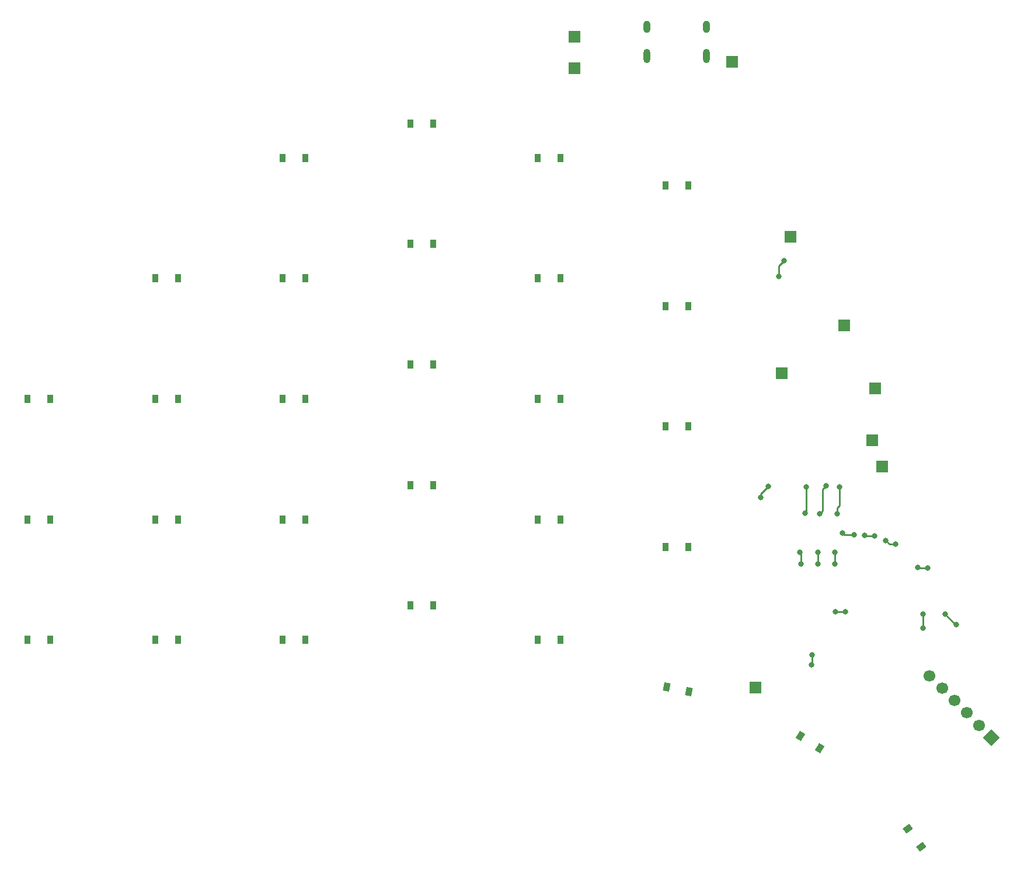
<source format=gbr>
%TF.GenerationSoftware,KiCad,Pcbnew,7.0.1*%
%TF.CreationDate,2023-03-12T20:23:32+01:00*%
%TF.ProjectId,grapto-v3w-left,67726170-746f-42d7-9633-772d6c656674,v1.0.0*%
%TF.SameCoordinates,Original*%
%TF.FileFunction,Copper,L1,Top*%
%TF.FilePolarity,Positive*%
%FSLAX46Y46*%
G04 Gerber Fmt 4.6, Leading zero omitted, Abs format (unit mm)*
G04 Created by KiCad (PCBNEW 7.0.1) date 2023-03-12 20:23:32*
%MOMM*%
%LPD*%
G01*
G04 APERTURE LIST*
G04 Aperture macros list*
%AMHorizOval*
0 Thick line with rounded ends*
0 $1 width*
0 $2 $3 position (X,Y) of the first rounded end (center of the circle)*
0 $4 $5 position (X,Y) of the second rounded end (center of the circle)*
0 Add line between two ends*
20,1,$1,$2,$3,$4,$5,0*
0 Add two circle primitives to create the rounded ends*
1,1,$1,$2,$3*
1,1,$1,$4,$5*%
%AMRotRect*
0 Rectangle, with rotation*
0 The origin of the aperture is its center*
0 $1 length*
0 $2 width*
0 $3 Rotation angle, in degrees counterclockwise*
0 Add horizontal line*
21,1,$1,$2,0,0,$3*%
G04 Aperture macros list end*
%TA.AperFunction,ComponentPad*%
%ADD10R,1.700000X1.700000*%
%TD*%
%TA.AperFunction,ComponentPad*%
%ADD11RotRect,1.700000X1.700000X45.000000*%
%TD*%
%TA.AperFunction,ComponentPad*%
%ADD12HorizOval,1.700000X0.000000X0.000000X0.000000X0.000000X0*%
%TD*%
%TA.AperFunction,ComponentPad*%
%ADD13O,1.000000X1.800000*%
%TD*%
%TA.AperFunction,ComponentPad*%
%ADD14O,1.000000X2.100000*%
%TD*%
%TA.AperFunction,SMDPad,CuDef*%
%ADD15R,0.900000X1.200000*%
%TD*%
%TA.AperFunction,SMDPad,CuDef*%
%ADD16RotRect,0.900000X1.200000X348.500000*%
%TD*%
%TA.AperFunction,SMDPad,CuDef*%
%ADD17RotRect,0.900000X1.200000X327.780000*%
%TD*%
%TA.AperFunction,SMDPad,CuDef*%
%ADD18RotRect,0.900000X1.200000X307.060000*%
%TD*%
%TA.AperFunction,ViaPad*%
%ADD19C,0.800000*%
%TD*%
%TA.AperFunction,Conductor*%
%ADD20C,0.250000*%
%TD*%
G04 APERTURE END LIST*
D10*
%TO.P,TP22,1,1*%
%TO.N,/controller/low_batt*%
X343940000Y-191410000D03*
%TD*%
%TO.P,TP18,1,1*%
%TO.N,/controller/vdd*%
X362330000Y-159290000D03*
%TD*%
%TO.P,TP17,1,1*%
%TO.N,Net-(C17-Pad1)*%
X360870000Y-155530000D03*
%TD*%
%TO.P,TP16,1,1*%
%TO.N,vsys*%
X347700000Y-145800000D03*
%TD*%
%TO.P,TP15,1,1*%
%TO.N,sysgnd*%
X317650000Y-96950000D03*
%TD*%
%TO.P,TP14,1,1*%
%TO.N,/controller/vusb*%
X317700000Y-101500000D03*
%TD*%
%TO.P,TP13,1,1*%
%TO.N,Net-(F4-Pad2)*%
X340500000Y-100560000D03*
%TD*%
%TO.P,TP11,1,1*%
%TO.N,/controller/BatteryManagement/bat_fused*%
X361300000Y-148000000D03*
%TD*%
%TO.P,TP10,1,1*%
%TO.N,Net-(F3-Pad2)*%
X356760000Y-138860000D03*
%TD*%
%TO.P,TP1,1,1*%
%TO.N,Net-(U4-~{PGOOD})*%
X349000000Y-126000000D03*
%TD*%
D11*
%TO.P,J8,1,Pin_1*%
%TO.N,sysgnd*%
X378166051Y-198676051D03*
D12*
%TO.P,J8,2,Pin_2*%
%TO.N,/controller/reset*%
X376370000Y-196880000D03*
%TO.P,J8,3,Pin_3*%
%TO.N,/controller/status1*%
X374573949Y-195083949D03*
%TO.P,J8,4,Pin_4*%
%TO.N,/controller/swdclk*%
X372777897Y-193287897D03*
%TO.P,J8,5,Pin_5*%
%TO.N,/controller/swdio*%
X370981846Y-191491846D03*
%TO.P,J8,6,Pin_6*%
%TO.N,/controller/vdd*%
X369185795Y-189695795D03*
%TD*%
D13*
%TO.P,J6,S1,SHIELD*%
%TO.N,/controller/chassi*%
X328170000Y-95520000D03*
D14*
X328170000Y-99720000D03*
X336810000Y-99720000D03*
D13*
X336810000Y-95520000D03*
%TD*%
D15*
%TO.P,D88,1*%
%TO.N,col5row3*%
X238350000Y-184500000D03*
%TO.P,D88,2*%
%TO.N,col5*%
X241650000Y-184500000D03*
%TD*%
%TO.P,D89,1*%
%TO.N,col5row2*%
X238350000Y-167000000D03*
%TO.P,D89,2*%
%TO.N,col5*%
X241650000Y-167000000D03*
%TD*%
%TO.P,D90,1*%
%TO.N,col5row1*%
X238350000Y-149500000D03*
%TO.P,D90,2*%
%TO.N,col5*%
X241650000Y-149500000D03*
%TD*%
%TO.P,D91,1*%
%TO.N,col4row3*%
X256850000Y-184500000D03*
%TO.P,D91,2*%
%TO.N,col4*%
X260150000Y-184500000D03*
%TD*%
%TO.P,D92,1*%
%TO.N,col4row2*%
X256850000Y-167000000D03*
%TO.P,D92,2*%
%TO.N,col4*%
X260150000Y-167000000D03*
%TD*%
%TO.P,D93,1*%
%TO.N,col4row1*%
X256850000Y-149500000D03*
%TO.P,D93,2*%
%TO.N,col4*%
X260150000Y-149500000D03*
%TD*%
%TO.P,D94,1*%
%TO.N,col4row0*%
X256850000Y-132000000D03*
%TO.P,D94,2*%
%TO.N,col4*%
X260150000Y-132000000D03*
%TD*%
%TO.P,D95,1*%
%TO.N,col5row4*%
X275350000Y-184500000D03*
%TO.P,D95,2*%
%TO.N,col5*%
X278650000Y-184500000D03*
%TD*%
%TO.P,D96,1*%
%TO.N,col3row3*%
X275350000Y-167000000D03*
%TO.P,D96,2*%
%TO.N,col3*%
X278650000Y-167000000D03*
%TD*%
%TO.P,D97,1*%
%TO.N,col3row2*%
X275350000Y-149500000D03*
%TO.P,D97,2*%
%TO.N,col3*%
X278650000Y-149500000D03*
%TD*%
%TO.P,D98,1*%
%TO.N,col3row1*%
X275350000Y-132000000D03*
%TO.P,D98,2*%
%TO.N,col3*%
X278650000Y-132000000D03*
%TD*%
%TO.P,D99,1*%
%TO.N,col3row0*%
X275350000Y-114500000D03*
%TO.P,D99,2*%
%TO.N,col3*%
X278650000Y-114500000D03*
%TD*%
%TO.P,D100,1*%
%TO.N,col4row4*%
X293850000Y-179500000D03*
%TO.P,D100,2*%
%TO.N,col4*%
X297150000Y-179500000D03*
%TD*%
%TO.P,D101,1*%
%TO.N,col2row3*%
X293850000Y-162000000D03*
%TO.P,D101,2*%
%TO.N,col2*%
X297150000Y-162000000D03*
%TD*%
%TO.P,D102,1*%
%TO.N,col2row2*%
X293850000Y-144500000D03*
%TO.P,D102,2*%
%TO.N,col2*%
X297150000Y-144500000D03*
%TD*%
%TO.P,D103,1*%
%TO.N,col2row1*%
X293850000Y-127000000D03*
%TO.P,D103,2*%
%TO.N,col2*%
X297150000Y-127000000D03*
%TD*%
%TO.P,D104,1*%
%TO.N,col2row0*%
X293850000Y-109500000D03*
%TO.P,D104,2*%
%TO.N,col2*%
X297150000Y-109500000D03*
%TD*%
%TO.P,D105,1*%
%TO.N,col3row4*%
X312350000Y-184500000D03*
%TO.P,D105,2*%
%TO.N,col3*%
X315650000Y-184500000D03*
%TD*%
%TO.P,D106,1*%
%TO.N,col1row3*%
X312350000Y-167000000D03*
%TO.P,D106,2*%
%TO.N,col1*%
X315650000Y-167000000D03*
%TD*%
%TO.P,D107,1*%
%TO.N,col1row2*%
X312350000Y-149500000D03*
%TO.P,D107,2*%
%TO.N,col1*%
X315650000Y-149500000D03*
%TD*%
%TO.P,D108,1*%
%TO.N,col1row1*%
X312350000Y-132000000D03*
%TO.P,D108,2*%
%TO.N,col1*%
X315650000Y-132000000D03*
%TD*%
%TO.P,D109,1*%
%TO.N,col1row0*%
X312350000Y-114500000D03*
%TO.P,D109,2*%
%TO.N,col1*%
X315650000Y-114500000D03*
%TD*%
%TO.P,D110,1*%
%TO.N,col0row3*%
X330850000Y-171000000D03*
%TO.P,D110,2*%
%TO.N,col0*%
X334150000Y-171000000D03*
%TD*%
%TO.P,D111,1*%
%TO.N,col0row2*%
X330850000Y-153500000D03*
%TO.P,D111,2*%
%TO.N,col0*%
X334150000Y-153500000D03*
%TD*%
%TO.P,D112,1*%
%TO.N,col0row1*%
X330850000Y-136000000D03*
%TO.P,D112,2*%
%TO.N,col0*%
X334150000Y-136000000D03*
%TD*%
%TO.P,D113,1*%
%TO.N,col0row0*%
X330850000Y-118500000D03*
%TO.P,D113,2*%
%TO.N,col0*%
X334150000Y-118500000D03*
%TD*%
D16*
%TO.P,D114,1*%
%TO.N,col2row4*%
X331056907Y-191301358D03*
%TO.P,D114,2*%
%TO.N,col2*%
X334290659Y-191959272D03*
%TD*%
D17*
%TO.P,D115,1*%
%TO.N,col1row4*%
X350404822Y-198424060D03*
%TO.P,D115,2*%
%TO.N,col1*%
X353196646Y-200183526D03*
%TD*%
D18*
%TO.P,D116,1*%
%TO.N,col0row4*%
X365981304Y-211931388D03*
%TO.P,D116,2*%
%TO.N,col0*%
X367970052Y-214564804D03*
%TD*%
D19*
%TO.N,/controller/reset*%
X358200000Y-169250000D03*
X361174500Y-169400000D03*
X359725500Y-169350000D03*
X356500500Y-168950000D03*
X362839296Y-170065788D03*
X373050000Y-182250000D03*
X368915485Y-174050000D03*
X364250000Y-170600000D03*
X367466485Y-174000000D03*
X371400000Y-180750000D03*
%TO.N,/controller/fast_chg_led*%
X368187701Y-182762299D03*
X368250000Y-180750000D03*
%TO.N,/controller/chg_led*%
X347300000Y-131700000D03*
X348050688Y-129449312D03*
%TO.N,/controller/status1*%
X345808188Y-162191812D03*
X344700000Y-163800000D03*
%TO.N,/controller/bat_lvl1*%
X353250000Y-166200000D03*
X354165047Y-162135047D03*
X353020000Y-171770500D03*
X355495500Y-180400000D03*
X353020000Y-173469500D03*
X356944500Y-180400000D03*
%TO.N,/controller/bat_lvl2*%
X355776000Y-166150000D03*
X355400000Y-173469500D03*
X355400000Y-171770500D03*
X356100000Y-162270500D03*
%TO.N,/controller/status1*%
X352010000Y-188126772D03*
X352100000Y-186677772D03*
%TO.N,/controller/status2*%
X350350000Y-171770500D03*
X350500000Y-173469500D03*
X351150000Y-166100000D03*
X351300000Y-162270500D03*
%TD*%
D20*
%TO.N,/controller/reset*%
X368915485Y-174050000D02*
X367516485Y-174050000D01*
X367516485Y-174050000D02*
X367466485Y-174000000D01*
%TO.N,/controller/status1*%
X352100000Y-186677772D02*
X352100000Y-188036772D01*
X352100000Y-188036772D02*
X352010000Y-188126772D01*
%TO.N,/controller/bat_lvl1*%
X355495500Y-180400000D02*
X356944500Y-180400000D01*
%TO.N,/controller/bat_lvl2*%
X355776000Y-166150000D02*
X355776000Y-165326000D01*
X355776000Y-165326000D02*
X356100000Y-165002000D01*
X356100000Y-165002000D02*
X356100000Y-162270500D01*
%TO.N,/controller/bat_lvl1*%
X353250000Y-166200000D02*
X353680000Y-165770000D01*
X353680000Y-165770000D02*
X353680000Y-162620094D01*
X353680000Y-162620094D02*
X354165047Y-162135047D01*
%TO.N,/controller/status2*%
X351150000Y-166100000D02*
X351300000Y-165950000D01*
X351300000Y-165950000D02*
X351300000Y-162270500D01*
%TO.N,/controller/bat_lvl1*%
X353020000Y-171770500D02*
X353020000Y-173469500D01*
%TO.N,/controller/status2*%
X350500000Y-171920500D02*
X350500000Y-173469500D01*
X350350000Y-171770500D02*
X350500000Y-171920500D01*
%TO.N,/controller/bat_lvl2*%
X355400000Y-173469500D02*
X355400000Y-171770500D01*
%TO.N,/controller/reset*%
X362839296Y-170065788D02*
X363373508Y-170600000D01*
X363373508Y-170600000D02*
X364250000Y-170600000D01*
X361174500Y-169400000D02*
X359775500Y-169400000D01*
X358200000Y-169250000D02*
X356800500Y-169250000D01*
X359775500Y-169400000D02*
X359725500Y-169350000D01*
X356800500Y-169250000D02*
X356500500Y-168950000D01*
X372900000Y-182250000D02*
X371400000Y-180750000D01*
X373050000Y-182250000D02*
X372900000Y-182250000D01*
%TO.N,/controller/fast_chg_led*%
X368250000Y-180750000D02*
X368250000Y-182700000D01*
X368250000Y-182700000D02*
X368187701Y-182762299D01*
%TO.N,/controller/chg_led*%
X347300000Y-131700000D02*
X347300000Y-130200000D01*
X347300000Y-130200000D02*
X348050688Y-129449312D01*
%TO.N,/controller/status1*%
X344700000Y-163300000D02*
X345808188Y-162191812D01*
X344700000Y-163800000D02*
X344700000Y-163300000D01*
%TD*%
M02*

</source>
